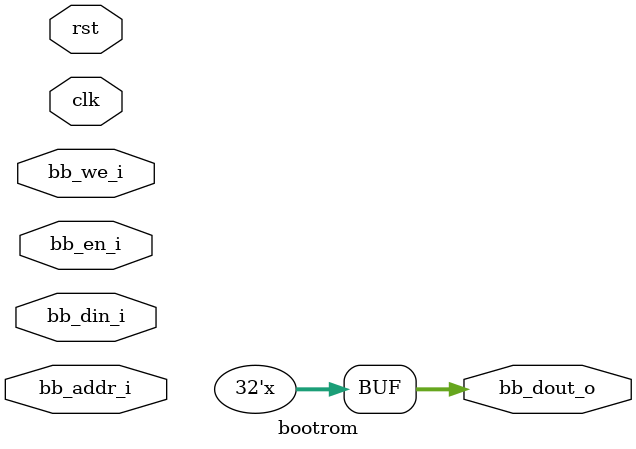
<source format=v>

/* Copyright (c) 2019-2020 by the author(s)
 *
 * Permission is hereby granted, free of charge, to any person obtaining a copy
 * of this software and associated documentation files (the "Software"), to deal
 * in the Software without restriction, including without limitation the rights
 * to use, copy, modify, merge, publish, distribute, sublicense, and/or sell
 * copies of the Software, and to permit persons to whom the Software is
 * furnished to do so, subject to the following conditions:
 *
 * The above copyright notice and this permission notice shall be included in
 * all copies or substantial portions of the Software.
 *
 * THE SOFTWARE IS PROVIDED "AS IS", WITHOUT WARRANTY OF ANY KIND, EXPRESS OR
 * IMPLIED, INCLUDING BUT NOT LIMITED TO THE WARRANTIES OF MERCHANTABILITY,
 * FITNESS FOR A PARTICULAR PURPOSE AND NONINFRINGEMENT. IN NO EVENT SHALL THE
 * AUTHORS OR COPYRIGHT HOLDERS BE LIABLE FOR ANY CLAIM, DAMAGES OR OTHER
 * LIABILITY, WHETHER IN AN ACTION OF CONTRACT, TORT OR OTHERWISE, ARISING FROM,
 * OUT OF OR IN CONNECTION WITH THE SOFTWARE OR THE USE OR OTHER DEALINGS IN
 * THE SOFTWARE.
 *
 * =============================================================================
 * Author(s):
 *   Francisco Javier Reina Campo <frareicam@gmail.com>
 */

module bootrom #(
   parameter AW = 32,
   parameter DW = 32
)
  (
    input clk,
    input rst,


    input      [AW-1:0] bb_addr_i,
    input      [DW-1:0] bb_din_i,
    input               bb_en_i,
    input               bb_we_i,

    output reg [DW-1:0] bb_dout_o
 );

  ////////////////////////////////////////////////////////////////
  //
  // Module Body
  //

   always @(*) begin
      case(bb_addr_i[7:2])
        `include "bootrom_code.v"
        default: bb_dout_o = 32'hx;
      endcase
   end
endmodule

</source>
